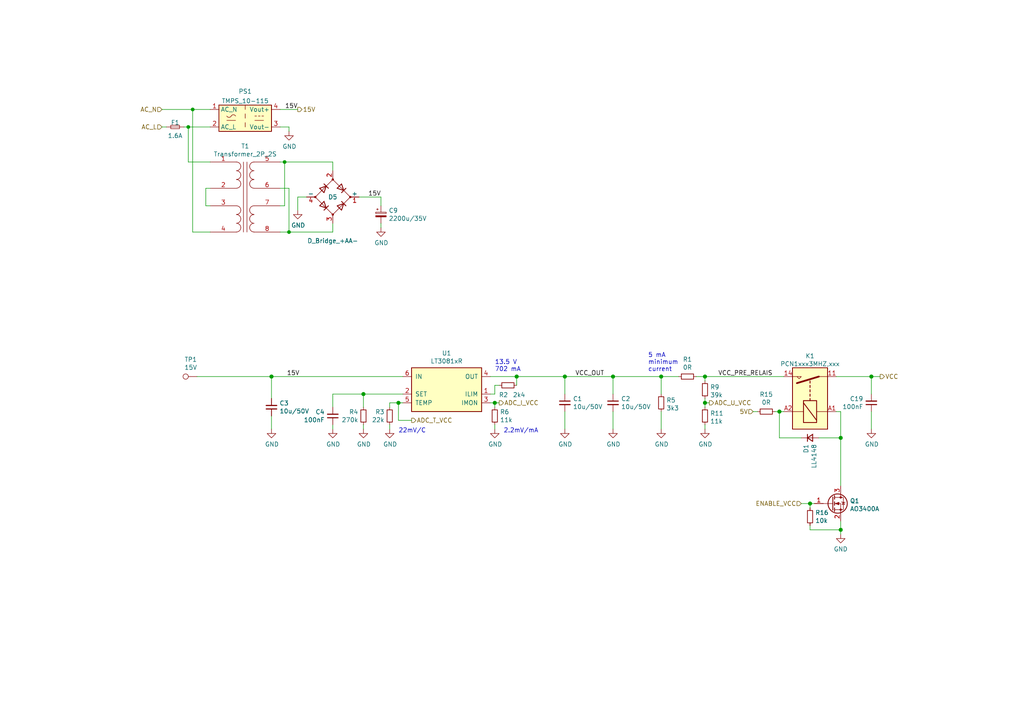
<source format=kicad_sch>
(kicad_sch (version 20211123) (generator eeschema)
  (paper "A4")
  (lib_symbols
    (symbol "Connector:TestPoint" (pin_numbers hide) (pin_names (offset 0.762) hide)
      (property "Reference" "TP" (at 0 6.858 0))
      (property "Value" "TestPoint" (at 0 5.08 0))
      (symbol "TestPoint_0_1"
        (circle (center 0 3.302) (radius 0.762))
      )
      (symbol "TestPoint_1_1"
        (pin passive line (at 0 0 90) (length 2.54) (name "1") (number "1"))
      )
    )
    (symbol "Device:C_Polarized_Small" (pin_numbers hide) (pin_names (offset 0.254) hide)
      (property "Reference" "C" (at 0.254 1.778 0))
      (property "Value" "C_Polarized_Small" (at 0.254 -2.032 0))
      (symbol "C_Polarized_Small_0_1"
        (rectangle (start -1.524 -0.3048) (end 1.524 -0.6858) (fill (type outline)))
        (rectangle (start -1.524 0.6858) (end 1.524 0.3048))
        (polyline (pts (xy -1.27 1.524) (xy -0.762 1.524)))
        (polyline (pts (xy -1.016 1.27) (xy -1.016 1.778)))
      )
      (symbol "C_Polarized_Small_1_1"
        (pin passive line (at 0 2.54 270) (length 1.8542) (name "~") (number "1"))
        (pin passive line (at 0 -2.54 90) (length 1.8542) (name "~") (number "2"))
      )
    )
    (symbol "Device:C_Small" (pin_numbers hide) (pin_names (offset 0.254) hide)
      (property "Reference" "C" (at 0.254 1.778 0))
      (property "Value" "C_Small" (at 0.254 -2.032 0))
      (symbol "C_Small_0_1"
        (polyline (pts (xy -1.524 -0.508) (xy 1.524 -0.508)) (stroke (width 0.3302)))
        (polyline (pts (xy -1.524 0.508) (xy 1.524 0.508)) (stroke (width 0.3048)))
      )
      (symbol "C_Small_1_1"
        (pin passive line (at 0 2.54 270) (length 2.032) (name "~") (number "1"))
        (pin passive line (at 0 -2.54 90) (length 2.032) (name "~") (number "2"))
      )
    )
    (symbol "Device:D_Bridge_+AA-" (pin_names (offset 0))
      (property "Reference" "D" (at 2.54 6.985 0))
      (property "Value" "D_Bridge_+AA-" (at 2.54 5.08 0))
      (symbol "D_Bridge_+AA-_0_1"
        (circle (center -5.08 0) (radius 0.254) (fill (type outline)))
        (circle (center 0 -5.08) (radius 0.254) (fill (type outline)))
        (polyline (pts (xy -2.54 3.81) (xy -1.27 2.54)) (stroke (width 0.254)))
        (polyline (pts (xy -1.27 -2.54) (xy -2.54 -3.81)) (stroke (width 0.254)))
        (polyline (pts (xy 2.54 -1.27) (xy 3.81 -2.54)) (stroke (width 0.254)))
        (polyline (pts (xy 2.54 1.27) (xy 3.81 2.54)) (stroke (width 0.254)))
        (polyline (pts (xy -3.81 2.54) (xy -2.54 1.27) (xy -1.905 3.175) (xy -3.81 2.54)) (stroke (width 0.254)))
        (polyline (pts (xy -2.54 -1.27) (xy -3.81 -2.54) (xy -1.905 -3.175) (xy -2.54 -1.27)) (stroke (width 0.254)))
        (polyline (pts (xy 1.27 2.54) (xy 2.54 3.81) (xy 3.175 1.905) (xy 1.27 2.54)) (stroke (width 0.254)))
        (polyline (pts (xy 3.175 -1.905) (xy 1.27 -2.54) (xy 2.54 -3.81) (xy 3.175 -1.905)) (stroke (width 0.254)))
        (polyline (pts (xy -5.08 0) (xy 0 -5.08) (xy 5.08 0) (xy 0 5.08) (xy -5.08 0)))
        (circle (center 0 5.08) (radius 0.254) (fill (type outline)))
        (circle (center 5.08 0) (radius 0.254) (fill (type outline)))
      )
      (symbol "D_Bridge_+AA-_1_1"
        (pin passive line (at 7.62 0 180) (length 2.54) (name "+") (number "1"))
        (pin passive line (at 0 7.62 270) (length 2.54) (name "~") (number "2"))
        (pin passive line (at 0 -7.62 90) (length 2.54) (name "~") (number "3"))
        (pin passive line (at -7.62 0 0) (length 2.54) (name "-") (number "4"))
      )
    )
    (symbol "Device:D_Small" (pin_numbers hide) (pin_names (offset 0.254) hide)
      (property "Reference" "D" (at -1.27 2.032 0))
      (property "Value" "D_Small" (at -3.81 -2.032 0))
      (symbol "D_Small_0_1"
        (polyline (pts (xy -0.762 -1.016) (xy -0.762 1.016)) (stroke (width 0.254)))
        (polyline (pts (xy -0.762 0) (xy 0.762 0)))
        (polyline (pts (xy 0.762 -1.016) (xy -0.762 0) (xy 0.762 1.016) (xy 0.762 -1.016)) (stroke (width 0.254)))
      )
      (symbol "D_Small_1_1"
        (pin passive line (at -2.54 0 0) (length 1.778) (name "K") (number "1"))
        (pin passive line (at 2.54 0 180) (length 1.778) (name "A") (number "2"))
      )
    )
    (symbol "Device:Fuse_Small" (pin_numbers hide) (pin_names (offset 0.254) hide)
      (property "Reference" "F" (at 0 -1.524 0))
      (property "Value" "Fuse_Small" (at 0 1.524 0))
      (symbol "Fuse_Small_0_1"
        (rectangle (start -1.27 0.508) (end 1.27 -0.508))
        (polyline (pts (xy -1.27 0) (xy 1.27 0)))
      )
      (symbol "Fuse_Small_1_1"
        (pin passive line (at -2.54 0 0) (length 1.27) (name "~") (number "1"))
        (pin passive line (at 2.54 0 180) (length 1.27) (name "~") (number "2"))
      )
    )
    (symbol "Device:Q_NMOS_GSD" (pin_names (offset 0) hide)
      (property "Reference" "Q" (at 5.08 1.27 0))
      (property "Value" "Q_NMOS_GSD" (at 5.08 -1.27 0))
      (symbol "Q_NMOS_GSD_0_1"
        (polyline (pts (xy 0.254 0) (xy -2.54 0)))
        (polyline (pts (xy 0.254 1.905) (xy 0.254 -1.905)) (stroke (width 0.254)))
        (polyline (pts (xy 0.762 -1.27) (xy 0.762 -2.286)) (stroke (width 0.254)))
        (polyline (pts (xy 0.762 0.508) (xy 0.762 -0.508)) (stroke (width 0.254)))
        (polyline (pts (xy 0.762 2.286) (xy 0.762 1.27)) (stroke (width 0.254)))
        (polyline (pts (xy 2.54 2.54) (xy 2.54 1.778)))
        (polyline (pts (xy 2.54 -2.54) (xy 2.54 0) (xy 0.762 0)))
        (polyline (pts (xy 0.762 -1.778) (xy 3.302 -1.778) (xy 3.302 1.778) (xy 0.762 1.778)))
        (polyline (pts (xy 1.016 0) (xy 2.032 0.381) (xy 2.032 -0.381) (xy 1.016 0)) (fill (type outline)))
        (polyline (pts (xy 2.794 0.508) (xy 2.921 0.381) (xy 3.683 0.381) (xy 3.81 0.254)))
        (polyline (pts (xy 3.302 0.381) (xy 2.921 -0.254) (xy 3.683 -0.254) (xy 3.302 0.381)))
        (circle (center 1.651 0) (radius 2.794) (stroke (width 0.254)))
        (circle (center 2.54 -1.778) (radius 0.254) (fill (type outline)))
        (circle (center 2.54 1.778) (radius 0.254) (fill (type outline)))
      )
      (symbol "Q_NMOS_GSD_1_1"
        (pin input line (at -5.08 0 0) (length 2.54) (name "G") (number "1"))
        (pin passive line (at 2.54 -5.08 90) (length 2.54) (name "S") (number "2"))
        (pin passive line (at 2.54 5.08 270) (length 2.54) (name "D") (number "3"))
      )
    )
    (symbol "Device:R_Small" (pin_numbers hide) (pin_names (offset 0.254) hide)
      (property "Reference" "R" (at 0.762 0.508 0))
      (property "Value" "R_Small" (at 0.762 -1.016 0))
      (symbol "R_Small_0_1"
        (rectangle (start -0.762 1.778) (end 0.762 -1.778) (stroke (width 0.2032)))
      )
      (symbol "R_Small_1_1"
        (pin passive line (at 0 2.54 270) (length 0.762) (name "~") (number "1"))
        (pin passive line (at 0 -2.54 90) (length 0.762) (name "~") (number "2"))
      )
    )
    (symbol "power:GND" (power) (pin_names (offset 0))
      (property "Value" "GND" (at 0 -3.81 0))
      (symbol "GND_0_1"
        (polyline (pts (xy 0 0) (xy 0 -1.27) (xy 1.27 -1.27) (xy 0 -2.54) (xy -1.27 -1.27) (xy 0 -1.27)))
      )
      (symbol "GND_1_1"
        (pin power_in line (at 0 0 270) (length 0) hide (name "GND") (number "1"))
      )
    )
    (symbol "twam-Misc:LT3081xR" (pin_names (offset 1.016))
      (property "Reference" "U" (at -8.89 7.62 0))
      (property "Value" "LT3081xR" (at 6.35 7.62 0))
      (symbol "LT3081xR_1_1"
        (rectangle (start -10.16 6.35) (end 10.16 -6.35) (stroke (width 0.254)) (fill (type background)))
        (pin input line (at 12.7 -1.27 180) (length 2.54) (name "ILIM") (number "1"))
        (pin input line (at -12.7 -1.27 0) (length 2.54) (name "SET") (number "2"))
        (pin output line (at 12.7 -3.81 180) (length 2.54) (name "IMON") (number "3"))
        (pin power_out line (at 12.7 3.81 180) (length 2.54) (name "OUT") (number "4"))
        (pin output line (at -12.7 -3.81 0) (length 2.54) (name "TEMP") (number "5"))
        (pin power_in line (at -12.7 3.81 0) (length 2.54) (name "IN") (number "6"))
        (pin no_connect line (at 0 -8.89 90) (length 2.54) hide (name "NC") (number "7"))
      )
    )
    (symbol "twam-Misc:PCN1xxx3MHZ,xxx"
      (property "Reference" "K" (at 8.89 3.81 0))
      (property "Value" "PCN1xxx3MHZ,xxx" (at 8.89 1.27 0))
      (symbol "PCN1xxx3MHZ,xxx_0_0"
        (polyline (pts (xy 5.08 5.08) (xy 5.08 2.54) (xy 4.445 3.175) (xy 5.08 3.81)))
      )
      (symbol "PCN1xxx3MHZ,xxx_0_1"
        (rectangle (start -10.16 5.08) (end 7.62 -5.08) (stroke (width 0.254)) (fill (type background)))
        (rectangle (start -8.255 1.905) (end -1.905 -1.905) (stroke (width 0.254)))
        (polyline (pts (xy -7.62 -1.905) (xy -2.54 1.905)) (stroke (width 0.254)))
        (polyline (pts (xy -5.08 -5.08) (xy -5.08 -1.905)))
        (polyline (pts (xy -5.08 5.08) (xy -5.08 1.905)))
        (polyline (pts (xy -1.905 0) (xy -1.27 0)) (stroke (width 0.254)))
        (polyline (pts (xy -0.635 0) (xy 0 0)) (stroke (width 0.254)))
        (polyline (pts (xy 0.635 0) (xy 1.27 0)) (stroke (width 0.254)))
        (polyline (pts (xy 1.905 0) (xy 2.54 0)) (stroke (width 0.254)))
        (polyline (pts (xy 3.175 0) (xy 3.81 0)) (stroke (width 0.254)))
        (polyline (pts (xy 5.08 -2.54) (xy 3.175 3.81)) (stroke (width 0.508)))
        (polyline (pts (xy 5.08 -2.54) (xy 5.08 -5.08)))
      )
      (symbol "PCN1xxx3MHZ,xxx_1_1"
        (pin passive line (at 5.08 -7.62 90) (length 2.54) (name "~") (number "11"))
        (pin passive line (at 5.08 7.62 270) (length 2.54) (name "~") (number "14"))
        (pin passive line (at -5.08 -7.62 90) (length 2.54) (name "~") (number "A1"))
        (pin passive line (at -5.08 7.62 270) (length 2.54) (name "~") (number "A2"))
      )
    )
    (symbol "twam-Misc:TMPS_10-xxx"
      (property "Reference" "PS" (at 0 5.08 0))
      (property "Value" "TMPS_10-xxx" (at 0 -5.08 0))
      (symbol "TMPS_10-xxx_0_1"
        (rectangle (start -7.62 3.81) (end 7.62 -3.81) (stroke (width 0.254)) (fill (type background)))
        (arc (start -5.334 0.635) (mid -4.699 0.2495) (end -4.064 0.635))
        (arc (start -2.794 0.635) (mid -3.429 1.0072) (end -4.064 0.635))
        (polyline (pts (xy -5.334 -0.635) (xy -2.794 -0.635)))
        (polyline (pts (xy 2.794 -0.635) (xy 5.334 -0.635)))
        (polyline (pts (xy 2.794 0.635) (xy 3.302 0.635)))
        (polyline (pts (xy 3.81 0.635) (xy 4.318 0.635)))
        (polyline (pts (xy 4.826 0.635) (xy 5.334 0.635)))
      )
      (symbol "TMPS_10-xxx_1_1"
        (polyline (pts (xy 0 -1.27) (xy 0 -2.54)))
        (polyline (pts (xy 0 1.27) (xy 0 0)))
        (polyline (pts (xy 0 3.81) (xy 0 2.54)))
        (pin power_in line (at -10.16 2.54 0) (length 2.54) (name "AC_N") (number "1"))
        (pin power_in line (at -10.16 -2.54 0) (length 2.54) (name "AC_L") (number "2"))
        (pin power_out line (at 10.16 -2.54 180) (length 2.54) (name "Vout-") (number "3"))
        (pin power_out line (at 10.16 2.54 180) (length 2.54) (name "Vout+") (number "4"))
      )
    )
    (symbol "twam-Misc:Transformer_2P_2S" (pin_names (offset 1.016) hide)
      (property "Reference" "T" (at 0 12.7 0))
      (property "Value" "Transformer_2P_2S" (at 0 -12.7 0))
      (symbol "Transformer_2P_2S_0_1"
        (arc (start -2.54 2.5654) (mid -1.6561 2.9337) (end -1.27 3.81))
        (arc (start -2.54 5.1054) (mid -1.6561 5.4737) (end -1.27 6.35))
        (arc (start -2.54 7.6454) (mid -1.6561 8.0137) (end -1.27 8.89))
        (arc (start -1.27 3.81) (mid -1.642 4.708) (end -2.54 5.08))
        (arc (start -1.27 6.35) (mid -1.642 7.248) (end -2.54 7.62))
        (arc (start -1.27 8.89) (mid -1.642 9.788) (end -2.54 10.16))
        (polyline (pts (xy -0.508 -10.16) (xy -0.508 10.16)))
        (polyline (pts (xy 0.508 10.16) (xy 0.508 -10.16)))
        (arc (start 1.2954 -8.89) (mid 1.6599 -9.7701) (end 2.54 -10.1346))
        (arc (start 1.2954 -6.35) (mid 1.6599 -7.2301) (end 2.54 -7.5946))
        (arc (start 1.2954 -3.81) (mid 1.6599 -4.6901) (end 2.54 -5.0546))
        (arc (start 1.2954 3.81) (mid 1.6599 2.9299) (end 2.54 2.5654))
        (arc (start 1.2954 6.35) (mid 1.6599 5.4699) (end 2.54 5.1054))
        (arc (start 1.2954 8.89) (mid 1.6599 8.0099) (end 2.54 7.6454))
        (arc (start 2.54 -7.62) (mid 1.6456 -7.9883) (end 1.2954 -8.89))
        (arc (start 2.54 -5.08) (mid 1.6456 -5.4483) (end 1.2954 -6.35))
        (arc (start 2.54 -2.54) (mid 1.6456 -2.9083) (end 1.2954 -3.81))
        (arc (start 2.54 5.08) (mid 1.6456 4.7117) (end 1.2954 3.81))
        (arc (start 2.54 7.62) (mid 1.6456 7.2517) (end 1.2954 6.35))
        (arc (start 2.54 10.16) (mid 1.6456 9.7917) (end 1.2954 8.89))
      )
      (symbol "Transformer_2P_2S_1_1"
        (arc (start -2.54 -10.1346) (mid -1.6561 -9.7663) (end -1.27 -8.89))
        (arc (start -2.54 -7.5946) (mid -1.6561 -7.2263) (end -1.27 -6.35))
        (arc (start -2.54 -5.0546) (mid -1.6561 -4.6863) (end -1.27 -3.81))
        (arc (start -1.27 -8.89) (mid -1.642 -7.992) (end -2.54 -7.62))
        (arc (start -1.27 -6.35) (mid -1.642 -5.452) (end -2.54 -5.08))
        (arc (start -1.27 -3.81) (mid -1.642 -2.912) (end -2.54 -2.54))
        (pin passive line (at -10.16 10.16 0) (length 7.62) (name "IN1A") (number "1"))
        (pin passive line (at -10.16 2.54 0) (length 7.62) (name "IN1B") (number "2"))
        (pin passive line (at -10.16 -2.54 0) (length 7.62) (name "OUT2A") (number "3"))
        (pin passive line (at -10.16 -10.16 0) (length 7.62) (name "OUT2B") (number "4"))
        (pin passive line (at 10.16 10.16 180) (length 7.62) (name "OUT1A") (number "5"))
        (pin passive line (at 10.16 2.54 180) (length 7.62) (name "OUT1B") (number "6"))
        (pin passive line (at 10.16 -2.54 180) (length 7.62) (name "OUT2A") (number "7"))
        (pin passive line (at 10.16 -10.16 180) (length 7.62) (name "OUT2B") (number "8"))
      )
    )
  )
  (junction (at 78.74 109.22) (diameter 1.016))
  (junction (at 82.55 46.99))
  (junction (at 243.84 153.67) (diameter 1.016))
  (junction (at 252.73 109.22) (diameter 1.016))
  (junction (at 105.41 114.3) (diameter 1.016))
  (junction (at 191.77 109.22) (diameter 1.016))
  (junction (at 226.06 119.38) (diameter 1.016))
  (junction (at 83.82 67.31))
  (junction (at 234.95 146.05) (diameter 1.016))
  (junction (at 149.86 109.22) (diameter 1.016))
  (junction (at 204.47 109.22) (diameter 1.016))
  (junction (at 243.84 127) (diameter 1.016))
  (junction (at 143.51 116.84) (diameter 1.016))
  (junction (at 163.83 109.22) (diameter 1.016))
  (junction (at 55.88 31.75))
  (junction (at 54.61 36.83))
  (junction (at 115.57 116.84) (diameter 1.016))
  (junction (at 204.47 116.84) (diameter 1.016))
  (junction (at 177.8 109.22) (diameter 1.016))
  (wire (pts (xy 104.14 57.15) (xy 110.49 57.15)))
  (wire (pts (xy 88.9 57.15) (xy 86.36 57.15)))
  (wire (pts (xy 96.52 124.46) (xy 96.52 123.19)))
  (wire (pts (xy 143.51 116.84) (xy 144.78 116.84)))
  (wire (pts (xy 81.28 36.83) (xy 83.82 36.83)))
  (wire (pts (xy 204.47 116.84) (xy 205.74 116.84)))
  (wire (pts (xy 60.96 54.61) (xy 59.69 54.61)))
  (wire (pts (xy 218.44 119.38) (xy 219.71 119.38)))
  (wire (pts (xy 86.36 57.15) (xy 86.36 60.96)))
  (wire (pts (xy 224.79 119.38) (xy 226.06 119.38)))
  (wire (pts (xy 252.73 109.22) (xy 242.57 109.22)))
  (wire (pts (xy 252.73 109.22) (xy 252.73 114.3)))
  (wire (pts (xy 96.52 46.99) (xy 96.52 49.53)))
  (wire (pts (xy 105.41 124.46) (xy 105.41 123.19)))
  (wire (pts (xy 46.99 36.83) (xy 48.26 36.83)))
  (wire (pts (xy 191.77 119.38) (xy 191.77 124.46)))
  (wire (pts (xy 46.99 31.75) (xy 55.88 31.75)))
  (wire (pts (xy 149.86 109.22) (xy 149.86 111.76)))
  (wire (pts (xy 204.47 123.19) (xy 204.47 124.46)))
  (wire (pts (xy 78.74 124.46) (xy 78.74 120.65)))
  (wire (pts (xy 232.41 146.05) (xy 234.95 146.05)))
  (wire (pts (xy 177.8 109.22) (xy 177.8 114.3)))
  (wire (pts (xy 204.47 115.57) (xy 204.47 116.84)))
  (wire (pts (xy 204.47 116.84) (xy 204.47 118.11)))
  (wire (pts (xy 142.24 116.84) (xy 143.51 116.84)))
  (wire (pts (xy 143.51 124.46) (xy 143.51 123.19)))
  (wire (pts (xy 243.84 151.13) (xy 243.84 153.67)))
  (wire (pts (xy 243.84 127) (xy 243.84 140.97)))
  (wire (pts (xy 59.69 59.69) (xy 60.96 59.69)))
  (wire (pts (xy 59.69 54.61) (xy 59.69 59.69)))
  (wire (pts (xy 234.95 153.67) (xy 243.84 153.67)))
  (wire (pts (xy 242.57 119.38) (xy 243.84 119.38)))
  (wire (pts (xy 243.84 119.38) (xy 243.84 127)))
  (wire (pts (xy 243.84 127) (xy 237.49 127)))
  (wire (pts (xy 142.24 109.22) (xy 149.86 109.22)))
  (wire (pts (xy 177.8 109.22) (xy 191.77 109.22)))
  (wire (pts (xy 177.8 124.46) (xy 177.8 119.38)))
  (wire (pts (xy 105.41 114.3) (xy 116.84 114.3)))
  (wire (pts (xy 113.03 116.84) (xy 113.03 118.11)))
  (wire (pts (xy 83.82 54.61) (xy 83.82 67.31)))
  (wire (pts (xy 82.55 46.99) (xy 96.52 46.99)))
  (wire (pts (xy 226.06 119.38) (xy 226.06 127)))
  (wire (pts (xy 226.06 127) (xy 232.41 127)))
  (wire (pts (xy 227.33 119.38) (xy 226.06 119.38)))
  (wire (pts (xy 201.93 109.22) (xy 204.47 109.22)))
  (wire (pts (xy 81.28 59.69) (xy 82.55 59.69)))
  (wire (pts (xy 113.03 116.84) (xy 115.57 116.84)))
  (wire (pts (xy 115.57 116.84) (xy 116.84 116.84)))
  (wire (pts (xy 234.95 152.4) (xy 234.95 153.67)))
  (wire (pts (xy 163.83 109.22) (xy 163.83 114.3)))
  (wire (pts (xy 234.95 147.32) (xy 234.95 146.05)))
  (wire (pts (xy 81.28 67.31) (xy 83.82 67.31)))
  (wire (pts (xy 143.51 114.3) (xy 142.24 114.3)))
  (wire (pts (xy 96.52 114.3) (xy 105.41 114.3)))
  (wire (pts (xy 83.82 36.83) (xy 83.82 38.1)))
  (wire (pts (xy 115.57 116.84) (xy 115.57 121.92)))
  (wire (pts (xy 115.57 121.92) (xy 119.38 121.92)))
  (wire (pts (xy 54.61 36.83) (xy 54.61 46.99)))
  (wire (pts (xy 143.51 116.84) (xy 143.51 118.11)))
  (wire (pts (xy 163.83 109.22) (xy 177.8 109.22)))
  (wire (pts (xy 243.84 153.67) (xy 243.84 154.94)))
  (wire (pts (xy 83.82 67.31) (xy 96.52 67.31)))
  (wire (pts (xy 78.74 109.22) (xy 116.84 109.22)))
  (wire (pts (xy 252.73 119.38) (xy 252.73 124.46)))
  (wire (pts (xy 57.15 109.22) (xy 78.74 109.22)))
  (wire (pts (xy 252.73 109.22) (xy 255.27 109.22)))
  (wire (pts (xy 55.88 31.75) (xy 55.88 67.31)))
  (wire (pts (xy 110.49 57.15) (xy 110.49 59.69)))
  (wire (pts (xy 163.83 124.46) (xy 163.83 119.38)))
  (wire (pts (xy 113.03 124.46) (xy 113.03 123.19)))
  (wire (pts (xy 54.61 36.83) (xy 60.96 36.83)))
  (wire (pts (xy 78.74 109.22) (xy 78.74 115.57)))
  (wire (pts (xy 81.28 54.61) (xy 83.82 54.61)))
  (wire (pts (xy 191.77 109.22) (xy 196.85 109.22)))
  (wire (pts (xy 191.77 109.22) (xy 191.77 114.3)))
  (wire (pts (xy 204.47 109.22) (xy 204.47 110.49)))
  (wire (pts (xy 53.34 36.83) (xy 54.61 36.83)))
  (wire (pts (xy 149.86 109.22) (xy 163.83 109.22)))
  (wire (pts (xy 143.51 111.76) (xy 143.51 114.3)))
  (wire (pts (xy 144.78 111.76) (xy 143.51 111.76)))
  (wire (pts (xy 54.61 46.99) (xy 60.96 46.99)))
  (wire (pts (xy 96.52 67.31) (xy 96.52 64.77)))
  (wire (pts (xy 96.52 118.11) (xy 96.52 114.3)))
  (wire (pts (xy 204.47 109.22) (xy 227.33 109.22)))
  (wire (pts (xy 82.55 59.69) (xy 82.55 46.99)))
  (wire (pts (xy 81.28 46.99) (xy 82.55 46.99)))
  (wire (pts (xy 110.49 64.77) (xy 110.49 66.04)))
  (wire (pts (xy 81.28 31.75) (xy 86.36 31.75)))
  (wire (pts (xy 55.88 67.31) (xy 60.96 67.31)))
  (wire (pts (xy 55.88 31.75) (xy 60.96 31.75)))
  (wire (pts (xy 234.95 146.05) (xy 236.22 146.05)))
  (wire (pts (xy 105.41 118.11) (xy 105.41 114.3)))
  (text "2.2mV/mA" (at 146.05 125.73 0) (effects (font (size 1.27 1.27)) (justify left bottom)))
  (text "5 mA\nminimum\ncurrent" (at 187.96 107.95 0) (effects (font (size 1.27 1.27)) (justify left bottom)))
  (text "22mV/C" (at 115.57 125.73 0) (effects (font (size 1.27 1.27)) (justify left bottom)))
  (text "13.5 V\n702 mA" (at 143.51 107.95 0) (effects (font (size 1.27 1.27)) (justify left bottom)))
  (label "15V" (at 110.49 57.15 180))
  (label "VCC_PRE_RELAIS" (at 208.28 109.22 0))
  (label "15V" (at 86.36 31.75 180))
  (label "15V" (at 83.185 109.22 0))
  (label "VCC_OUT" (at 175.26 109.22 180))
  (hierarchical_label "ADC_U_VCC" (shape output) (at 205.74 116.84 0))
  (hierarchical_label "AC_L" (shape input) (at 46.99 36.83 180))
  (hierarchical_label "ADC_T_VCC" (shape output) (at 119.38 121.92 0))
  (hierarchical_label "5V" (shape input) (at 218.44 119.38 180))
  (hierarchical_label "VCC" (shape output) (at 255.27 109.22 0))
  (hierarchical_label "ADC_I_VCC" (shape output) (at 144.78 116.84 0))
  (hierarchical_label "AC_N" (shape input) (at 46.99 31.75 180))
  (hierarchical_label "15V" (shape output) (at 86.36 31.75 0))
  (hierarchical_label "ENABLE_VCC" (shape input) (at 232.41 146.05 180))
  (symbol (lib_id "power:GND") (at 105.41 124.46 0) (unit 1)
    (property "Reference" "#PWR0105" (effects hide))
    (property "Value" "GND" (at 105.537 128.8542 0))
  )
  (symbol (lib_id "Device:C_Small") (at 78.74 118.11 180) (unit 1)
    (property "Reference" "C3" (at 81.0514 116.9416 0) (effects (justify right)))
    (property "Value" "10u/50V" (at 81.0514 119.253 0) (effects (justify right)))
    (property "Footprint" "Capacitor_SMD:C_1206_3216Metric" (effects hide))
    (property "LCSC" "C13585" (effects hide))
  )
  (symbol (lib_id "Device:C_Polarized_Small") (at 110.49 62.23 0) (unit 1)
    (property "Reference" "C9" (at 112.7252 61.0616 0) (effects (justify left)))
    (property "Value" "2200u/35V" (at 112.7252 63.373 0) (effects (justify left)))
    (property "Footprint" "Capacitor_THT:CP_Radial_D16.0mm_P7.50mm" (effects hide))
  )
  (symbol (lib_id "Device:R_Small") (at 204.47 113.03 0) (unit 1)
    (property "Reference" "R9" (at 205.9687 112.2691 0) (effects (justify left)))
    (property "Value" "39k" (at 205.9687 114.5678 0) (effects (justify left)))
    (property "Footprint" "Resistor_SMD:R_0805_2012Metric" (effects hide))
    (property "LCSC" "C23153" (effects hide))
  )
  (symbol (lib_id "power:GND") (at 243.84 154.94 0) (unit 1)
    (property "Reference" "#PWR0110" (effects hide))
    (property "Value" "GND" (at 243.84 159.2644 0))
  )
  (symbol (lib_id "twam-Misc:PCN1xxx3MHZ,xxx") (at 234.95 114.3 90) (unit 1)
    (property "Reference" "K1" (at 234.95 103.2468 90))
    (property "Value" "PCN1xxx3MHZ,xxx" (at 234.95 105.5455 90))
    (property "Footprint" "twam-Misc:PCN1xxx3MHZ,xxx" (effects hide))
  )
  (symbol (lib_id "power:GND") (at 96.52 124.46 0) (unit 1)
    (property "Reference" "#PWR0133" (effects hide))
    (property "Value" "GND" (at 96.647 128.8542 0))
  )
  (symbol (lib_id "power:GND") (at 113.03 124.46 0) (unit 1)
    (property "Reference" "#PWR0103" (effects hide))
    (property "Value" "GND" (at 113.157 128.8542 0))
  )
  (symbol (lib_id "Device:C_Small") (at 163.83 116.84 0) (unit 1)
    (property "Reference" "C1" (at 166.1668 115.6716 0) (effects (justify left)))
    (property "Value" "10u/50V" (at 166.1668 117.983 0) (effects (justify left)))
    (property "Footprint" "Capacitor_SMD:C_1206_3216Metric" (effects hide))
    (property "LCSC" "C13585" (effects hide))
  )
  (symbol (lib_id "Connector:TestPoint") (at 57.15 109.22 90) (unit 1)
    (property "Reference" "TP1" (at 55.3212 104.267 90))
    (property "Value" "15V" (at 55.3212 106.5784 90))
    (property "Footprint" "TestPoint:TestPoint_Pad_D2.0mm" (effects hide))
  )
  (symbol (lib_id "Device:R_Small") (at 191.77 116.84 0) (unit 1)
    (property "Reference" "R5" (at 193.2687 116.0791 0) (effects (justify left)))
    (property "Value" "3k3" (at 193.2687 118.3778 0) (effects (justify left)))
    (property "Footprint" "Resistor_SMD:R_0805_2012Metric" (effects hide))
    (property "LCSC" "C26010" (effects hide))
  )
  (symbol (lib_id "twam-Misc:TMPS_10-xxx") (at 71.12 34.29 0) (unit 1)
    (property "Reference" "PS1" (at 71.12 26.5135 0))
    (property "Value" "TMPS_10-115" (at 71.12 29.2886 0))
    (property "Footprint" "twam-Misc:Converter_ACDC_TRACO_TMPS_10-xxx" (effects hide))
  )
  (symbol (lib_id "Device:R_Small") (at 113.03 120.65 0) (mirror x) (unit 1)
    (property "Reference" "R3" (at 111.5314 119.4816 0) (effects (justify right)))
    (property "Value" "22k" (at 111.5314 121.793 0) (effects (justify right)))
    (property "Footprint" "Resistor_SMD:R_0603_1608Metric" (effects hide))
    (property "LCSC" "C31850" (effects hide))
  )
  (symbol (lib_id "Device:R_Small") (at 199.39 109.22 270) (unit 1)
    (property "Reference" "R1" (at 199.39 104.2416 90))
    (property "Value" "0R" (at 199.39 106.553 90))
    (property "Footprint" "Resistor_SMD:R_0805_2012Metric" (effects hide))
    (property "LCSC" "C17477" (effects hide))
  )
  (symbol (lib_id "Device:R_Small") (at 147.32 111.76 270) (unit 1)
    (property "Reference" "R2" (at 144.6784 114.5286 90) (effects (justify left)))
    (property "Value" "2k4" (at 148.717 114.5286 90) (effects (justify left)))
    (property "Footprint" "Resistor_SMD:R_0603_1608Metric" (effects hide))
    (property "LCSC" "C22940" (effects hide))
  )
  (symbol (lib_id "Device:R_Small") (at 222.25 119.38 270) (unit 1)
    (property "Reference" "R15" (at 222.25 114.4016 90))
    (property "Value" "0R" (at 222.25 116.713 90))
    (property "Footprint" "Resistor_SMD:R_0805_2012Metric" (effects hide))
    (property "LCSC" "C17477" (effects hide))
  )
  (symbol (lib_id "Device:R_Small") (at 143.51 120.65 0) (unit 1)
    (property "Reference" "R6" (at 145.0086 119.4816 0) (effects (justify left)))
    (property "Value" "11k" (at 145.0086 121.793 0) (effects (justify left)))
    (property "Footprint" "Resistor_SMD:R_0603_1608Metric" (effects hide))
    (property "LCSC" "C25950" (effects hide))
  )
  (symbol (lib_id "Device:D_Bridge_+AA-") (at 96.52 57.15 0) (unit 1)
    (property "Reference" "D5" (at 96.52 57.15 0))
    (property "Value" "D_Bridge_+AA-" (at 96.52 69.85 0))
    (property "Footprint" "twam-Misc:Diode_Bridge_Bourns_CD-HD2xxx" (effects hide))
  )
  (symbol (lib_id "Device:R_Small") (at 105.41 120.65 0) (mirror x) (unit 1)
    (property "Reference" "R4" (at 103.9368 119.4816 0) (effects (justify right)))
    (property "Value" "270k" (at 103.9368 121.793 0) (effects (justify right)))
    (property "Footprint" "Resistor_SMD:R_0603_1608Metric" (effects hide))
    (property "LCSC" "C22965" (effects hide))
  )
  (symbol (lib_id "power:GND") (at 204.47 124.46 0) (unit 1)
    (property "Reference" "#PWR0102" (effects hide))
    (property "Value" "GND" (at 204.597 128.8542 0))
  )
  (symbol (lib_id "Device:C_Small") (at 252.73 116.84 0) (mirror x) (unit 1)
    (property "Reference" "C19" (at 250.3932 115.6716 0) (effects (justify right)))
    (property "Value" "100nF" (at 250.3932 117.983 0) (effects (justify right)))
    (property "Footprint" "Capacitor_SMD:C_0603_1608Metric" (effects hide))
    (property "LCSC" "C14663" (effects hide))
  )
  (symbol (lib_id "Device:D_Small") (at 234.95 127 0) (mirror x) (unit 1)
    (property "Reference" "D1" (at 233.7816 128.778 90) (effects (justify left)))
    (property "Value" "LL4148" (at 236.093 128.778 90) (effects (justify left)))
    (property "Footprint" "Diode_SMD:D_MiniMELF" (effects hide))
    (property "LCSC" "C9808" (effects hide))
  )
  (symbol (lib_id "power:GND") (at 86.36 60.96 0) (unit 1)
    (property "Reference" "#PWR0144" (effects hide))
    (property "Value" "GND" (at 86.487 65.3542 0))
  )
  (symbol (lib_id "power:GND") (at 143.51 124.46 0) (unit 1)
    (property "Reference" "#PWR0125" (effects hide))
    (property "Value" "GND" (at 143.637 128.8542 0))
  )
  (symbol (lib_id "power:GND") (at 191.77 124.46 0) (unit 1)
    (property "Reference" "#PWR0106" (effects hide))
    (property "Value" "GND" (at 191.897 128.8542 0))
  )
  (symbol (lib_id "power:GND") (at 83.82 38.1 0) (unit 1)
    (property "Reference" "#PWR0143" (effects hide))
    (property "Value" "GND" (at 83.947 42.4942 0))
  )
  (symbol (lib_id "Device:R_Small") (at 204.47 120.65 0) (unit 1)
    (property "Reference" "R11" (at 205.9687 119.8891 0) (effects (justify left)))
    (property "Value" "11k" (at 205.9687 122.1878 0) (effects (justify left)))
    (property "Footprint" "Resistor_SMD:R_0603_1608Metric" (effects hide))
    (property "LCSC" "C25950" (effects hide))
  )
  (symbol (lib_id "power:GND") (at 78.74 124.46 0) (unit 1)
    (property "Reference" "#PWR0123" (effects hide))
    (property "Value" "GND" (at 78.867 128.8542 0))
  )
  (symbol (lib_id "Device:R_Small") (at 234.95 149.86 0) (unit 1)
    (property "Reference" "R16" (at 236.4486 148.6916 0) (effects (justify left)))
    (property "Value" "10k" (at 236.4486 151.003 0) (effects (justify left)))
    (property "Footprint" "Resistor_SMD:R_0603_1608Metric" (effects hide))
    (property "LCSC" "C25804" (effects hide))
  )
  (symbol (lib_id "Device:C_Small") (at 96.52 120.65 0) (mirror x) (unit 1)
    (property "Reference" "C4" (at 94.1832 119.4816 0) (effects (justify right)))
    (property "Value" "100nF" (at 94.1832 121.793 0) (effects (justify right)))
    (property "Footprint" "Capacitor_SMD:C_0603_1608Metric" (effects hide))
    (property "LCSC" "C14663" (effects hide))
  )
  (symbol (lib_id "twam-Misc:LT3081xR") (at 129.54 113.03 0) (unit 1)
    (property "Reference" "U1" (at 129.54 102.4382 0))
    (property "Value" "LT3081xR" (at 129.54 104.7496 0))
    (property "Footprint" "Package_TO_SOT_THT:TO-220-7_P2.54x3.8mm_StaggerOdd_Lead5.85mm_TabDown" (effects hide))
  )
  (symbol (lib_id "power:GND") (at 163.83 124.46 0) (unit 1)
    (property "Reference" "#PWR0111" (effects hide))
    (property "Value" "GND" (at 163.957 128.8542 0))
  )
  (symbol (lib_id "power:GND") (at 110.49 66.04 0) (unit 1)
    (property "Reference" "#PWR0146" (effects hide))
    (property "Value" "GND" (at 110.617 70.4342 0))
  )
  (symbol (lib_id "Device:Fuse_Small") (at 50.8 36.83 0) (unit 1)
    (property "Reference" "F1" (at 50.8 35.56 0))
    (property "Value" "1.6A" (at 50.8 39.37 0))
    (property "Footprint" "Fuse:Fuseholder_Cylinder-5x20mm_Schurter_0031_8201_Horizontal_Open" (effects hide))
  )
  (symbol (lib_id "Device:C_Small") (at 177.8 116.84 0) (unit 1)
    (property "Reference" "C2" (at 180.1368 115.6716 0) (effects (justify left)))
    (property "Value" "10u/50V" (at 180.1368 117.983 0) (effects (justify left)))
    (property "Footprint" "Capacitor_SMD:C_1206_3216Metric" (effects hide))
    (property "LCSC" "C13585" (effects hide))
  )
  (symbol (lib_id "Device:Q_NMOS_GSD") (at 241.3 146.05 0) (unit 1)
    (property "Reference" "Q1" (at 246.5071 145.2891 0) (effects (justify left)))
    (property "Value" "AO3400A" (at 246.5071 147.5878 0) (effects (justify left)))
    (property "Footprint" "Package_TO_SOT_SMD:TSOT-23" (effects hide))
    (property "LCSC" "C20917" (effects hide))
  )
  (symbol (lib_id "power:GND") (at 252.73 124.46 0) (unit 1)
    (property "Reference" "#PWR0108" (effects hide))
    (property "Value" "GND" (at 252.857 128.8542 0))
  )
  (symbol (lib_id "power:GND") (at 177.8 124.46 0) (unit 1)
    (property "Reference" "#PWR0112" (effects hide))
    (property "Value" "GND" (at 177.927 128.8542 0))
  )
  (symbol (lib_id "twam-Misc:Transformer_2P_2S") (at 71.12 57.15 0) (unit 1)
    (property "Reference" "T1" (at 71.12 42.3926 0))
    (property "Value" "Transformer_2P_2S" (at 71.12 44.704 0))
    (property "Footprint" "twam-Misc:Talema_7xxxx_15VA" (effects hide))
  )
)
</source>
